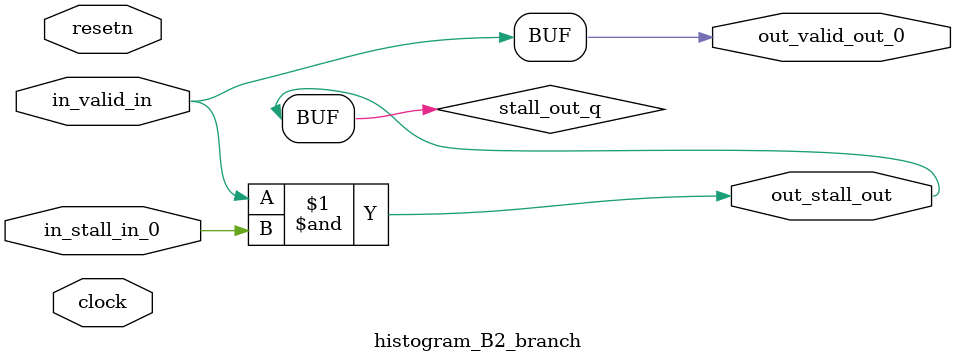
<source format=sv>



(* altera_attribute = "-name AUTO_SHIFT_REGISTER_RECOGNITION OFF; -name MESSAGE_DISABLE 10036; -name MESSAGE_DISABLE 10037; -name MESSAGE_DISABLE 14130; -name MESSAGE_DISABLE 14320; -name MESSAGE_DISABLE 15400; -name MESSAGE_DISABLE 14130; -name MESSAGE_DISABLE 10036; -name MESSAGE_DISABLE 12020; -name MESSAGE_DISABLE 12030; -name MESSAGE_DISABLE 12010; -name MESSAGE_DISABLE 12110; -name MESSAGE_DISABLE 14320; -name MESSAGE_DISABLE 13410; -name MESSAGE_DISABLE 113007; -name MESSAGE_DISABLE 10958" *)
module histogram_B2_branch (
    input wire [0:0] in_stall_in_0,
    input wire [0:0] in_valid_in,
    output wire [0:0] out_stall_out,
    output wire [0:0] out_valid_out_0,
    input wire clock,
    input wire resetn
    );

    wire [0:0] stall_out_q;


    // stall_out(LOGICAL,6)
    assign stall_out_q = in_valid_in & in_stall_in_0;

    // out_stall_out(GPOUT,4)
    assign out_stall_out = stall_out_q;

    // out_valid_out_0(GPOUT,5)
    assign out_valid_out_0 = in_valid_in;

endmodule

</source>
